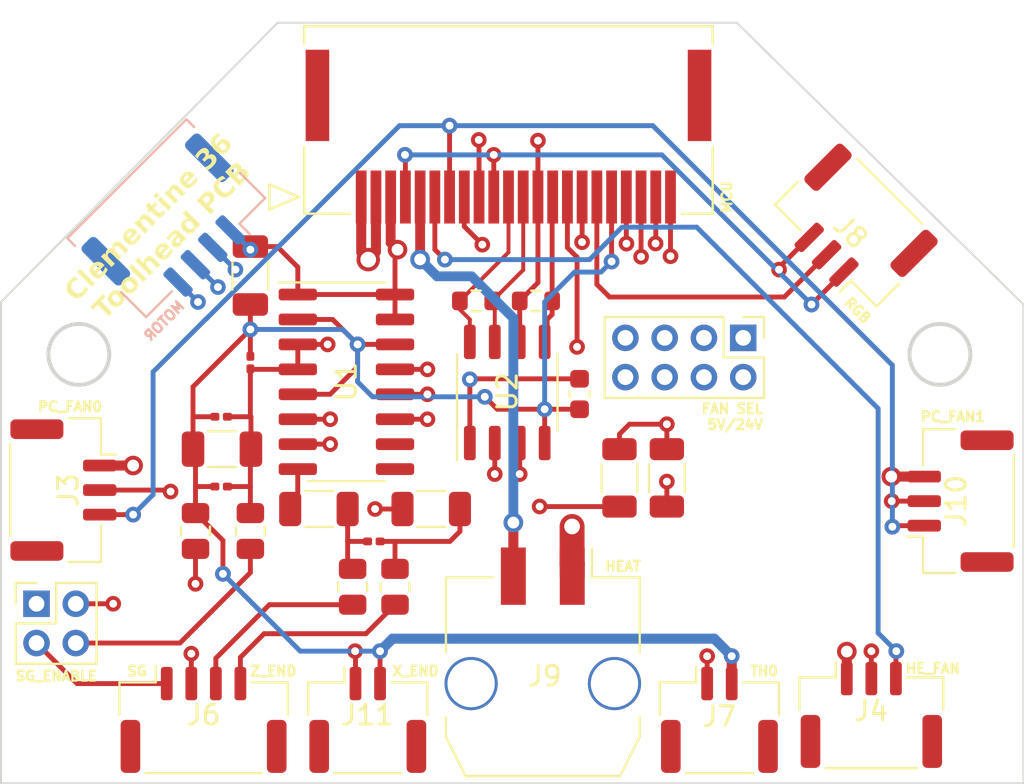
<source format=kicad_pcb>
(kicad_pcb (version 20221018) (generator pcbnew)
  (title_block (title "CH36 Toolhead PCB") (rev "1.0.0") (company "Ella Fox"))
  (layers (0 "F.Cu" signal) (1 "In1.Cu" signal) (2 "In2.Cu" signal) (31 "B.Cu" power) (34 "B.Paste" user) (35 "F.Paste" user) (36 "B.SilkS" user "B.Silkscreen") (37 "F.SilkS" user "F.Silkscreen") (38 "B.Mask" user) (39 "F.Mask" user) (44 "Edge.Cuts" user))
  (net 0 "")
  (net 1 "GNDA")
  (net 2 "+5V")
  (net 3 "Net-(C3-Pad1)")
  (net 4 "Net-(C3-Pad2)")
  (net 5 "SCK+")
  (net 6 "DATA+")
  (net 7 "SCK-")
  (net 8 "HE_GND")
  (net 9 "HE_FAN_GND")
  (net 10 "HE_FAN_TACH")
  (net 11 "PC_FAN_GND")
  (net 12 "PC_FAN1_TACH")
  (net 13 "RGB")
  (net 14 "PC_FAN0_TACH")
  (net 15 "TH0")
  (net 16 "+24V")
  (net 17 "GND")
  (net 18 "/PC_FAN_PWR")
  (net 19 "/HE_FAN_PWR")
  (net 20 "DATA-{slash}Z_END")
  (net 21 "Net-(J6-Pin_2)")
  (net 22 "Net-(J6-Pin_3)")
  (net 23 "Net-(J6-Pin_4)")
  (net 24 "Net-(U1-INA+)")
  (net 25 "Net-(U1-INA-)")
  (net 26 "Net-(U1-S1)")
  (net 29 "/SCK")
  (net 30 "/DATA")
  (net 31 "Net-(U1-S0)")
  (net 32 "MOTOR_1A")
  (net 33 "MOTOR_1B")
  (net 34 "MOTOR_2A")
  (net 35 "MOTOR_2B")
  (net 36 "XEND")
  (net 37 "Net-(J12-Pin_1)")
  (net 38 "Net-(J12-Pin_4)")
  (footprint "Connector_Molex:Molex_CLIK-Mate_502386-0270_1x02-1MP_P1.25mm_Horizontal" (layer "F.Cu") (at 115.189695 80.209)
    (fp_text reference "J7" (at 0 -0.174) (layer "F.SilkS"))
    (fp_text value "Molex 502386-0270" hide)
    (pad "1" smd roundrect (at -0.625 -1.85) (size 0.6 1.7) (layers "F.Cu" "F.Paste" "F.Mask") (net 15 "TH0"))
    (pad "2" smd roundrect (at 0.625 -1.85) (size 0.6 1.7) (layers "F.Cu" "F.Paste" "F.Mask") (net 1 "GNDA"))
    (pad "MP" smd roundrect (at -2.475 1.35) (size 1 2.7) (layers "F.Cu" "F.Paste" "F.Mask"))
    (pad "MP" smd roundrect (at 2.475 1.35) (size 1 2.7) (layers "F.Cu" "F.Paste" "F.Mask"))
  )
  (footprint "Capacitor_SMD:C_1206_3216Metric" (layer "F.Cu") (at 89.857695 66.421 180)
    (fp_text reference "C4" hide)
    (fp_text value "10u" hide)
    (pad "1" smd roundrect (at -1.475 0 180) (size 1.15 1.8) (layers "F.Cu" "F.Paste" "F.Mask") (roundrect_rratio 0.217391) (net 2 "+5V"))
    (pad "2" smd roundrect (at 1.475 0 180) (size 1.15 1.8) (layers "F.Cu" "F.Paste" "F.Mask") (roundrect_rratio 0.217391) (net 1 "GNDA"))
  )
  (footprint "Connector_Molex:Molex_CLIK-Mate_502386-0470_1x04-1MP_P1.25mm_Horizontal" (layer "F.Cu") (at 88.920695 80.209)
    (fp_text reference "J6" (at 0 -0.2502) (layer "F.SilkS"))
    (fp_text value "Molex 502386-0470" hide)
    (pad "1" smd roundrect (at -1.875 -1.85) (size 0.6 1.7) (layers "F.Cu" "F.Paste" "F.Mask") (net 37 "Net-(J12-Pin_1)"))
    (pad "2" smd roundrect (at -0.625 -1.85) (size 0.6 1.7) (layers "F.Cu" "F.Paste" "F.Mask") (net 21 "Net-(J6-Pin_2)"))
    (pad "3" smd roundrect (at 0.625 -1.85) (size 0.6 1.7) (layers "F.Cu" "F.Paste" "F.Mask") (net 22 "Net-(J6-Pin_3)"))
    (pad "4" smd roundrect (at 1.875 -1.85) (size 0.6 1.7) (layers "F.Cu" "F.Paste" "F.Mask") (net 23 "Net-(J6-Pin_4)"))
    (pad "MP" smd roundrect (at -3.725 1.35) (size 1 2.7) (layers "F.Cu" "F.Paste" "F.Mask"))
    (pad "MP" smd roundrect (at 3.725 1.35) (size 1 2.7) (layers "F.Cu" "F.Paste" "F.Mask"))
  )
  (footprint "Resistor_SMD:R_0805_2012Metric" (layer "F.Cu") (at 91.303695 70.5885 90)
    (fp_text reference "L1" hide)
    (fp_text value "120R @ 100MHz/3A" hide)
    (pad "1" smd roundrect (at -0.9125 0 90) (size 1.025 1.4) (layers "F.Cu" "F.Paste" "F.Mask") (roundrect_rratio 0.243902) (net 38 "Net-(J12-Pin_4)"))
    (pad "2" smd roundrect (at 0.9125 0 90) (size 1.025 1.4) (layers "F.Cu" "F.Paste" "F.Mask") (roundrect_rratio 0.243902) (net 2 "+5V"))
  )
  (footprint "Resistor_SMD:R_0805_2012Metric" (layer "F.Cu") (at 88.509695 70.5885 90)
    (fp_text reference "L2" hide)
    (fp_text value "120R @ 100MHz/3A" hide)
    (pad "1" smd roundrect (at -0.9125 0 90) (size 1.025 1.4) (layers "F.Cu" "F.Paste" "F.Mask") (roundrect_rratio 0.243902) (net 21 "Net-(J6-Pin_2)"))
    (pad "2" smd roundrect (at 0.9125 0 90) (size 1.025 1.4) (layers "F.Cu" "F.Paste" "F.Mask") (roundrect_rratio 0.243902) (net 1 "GNDA"))
  )
  (footprint "Resistor_SMD:R_0805_2012Metric" (layer "F.Cu") (at 96.510695 73.4295 90)
    (fp_text reference "L3" hide)
    (fp_text value "120R @ 100MHz/3A" hide)
    (pad "1" smd roundrect (at -0.9125 0 90) (size 1.025 1.4) (layers "F.Cu" "F.Paste" "F.Mask") (roundrect_rratio 0.243902) (net 22 "Net-(J6-Pin_3)"))
    (pad "2" smd roundrect (at 0.9125 0 90) (size 1.025 1.4) (layers "F.Cu" "F.Paste" "F.Mask") (roundrect_rratio 0.243902) (net 3 "Net-(C3-Pad1)"))
  )
  (footprint "Resistor_SMD:R_1206_3216Metric" (layer "F.Cu") (at 112.512695 67.8835 90)
    (fp_text reference "R7" hide)
    (fp_text value "10k" hide)
    (pad "1" smd roundrect (at -1.4625 0 90) (size 1.125 1.75) (layers "F.Cu" "F.Paste" "F.Mask") (roundrect_rratio 0.222222) (net 26 "Net-(U1-S1)"))
    (pad "2" smd roundrect (at 1.4625 0 90) (size 1.125 1.75) (layers "F.Cu" "F.Paste" "F.Mask") (roundrect_rratio 0.222222) (net 2 "+5V"))
  )
  (footprint "Capacitor_SMD:C_0201_0603Metric" (layer "F.Cu") (at 97.592695 71.12)
    (fp_text reference "C3" hide)
    (fp_text value "100n" hide)
    (pad "1" smd roundrect (at -0.32 0) (size 0.46 0.4) (layers "F.Cu" "F.Mask") (net 3 "Net-(C3-Pad1)"))
    (pad "2" smd roundrect (at 0.32 0) (size 0.46 0.4) (layers "F.Cu" "F.Mask") (net 4 "Net-(C3-Pad2)"))
  )
  (footprint "Resistor_SMD:R_1206_3216Metric" (layer "F.Cu") (at 94.794195 69.469 180)
    (fp_text reference "R3" hide)
    (fp_text value "100R" hide)
    (pad "1" smd roundrect (at -1.4625 0 180) (size 1.125 1.75) (layers "F.Cu" "F.Paste" "F.Mask") (roundrect_rratio 0.222222) (net 3 "Net-(C3-Pad1)"))
    (pad "2" smd roundrect (at 1.4625 0 180) (size 1.125 1.75) (layers "F.Cu" "F.Paste" "F.Mask") (roundrect_rratio 0.222222) (net 24 "Net-(U1-INA+)"))
  )
  (footprint "Package_SO:SO-8_3.9x4.9mm_P1.27mm" (layer "F.Cu") (at 104.384695 63.535 90)
    (fp_text reference "U2" (at 0.035 0 90) (layer "F.SilkS"))
    (fp_text value "ST490ADBR" hide)
    (pad "1" smd roundrect (at -2.575 -1.905 90) (size 1.75 0.6) (layers "F.Cu" "F.Paste" "F.Mask") (net 2 "+5V"))
    (pad "2" smd roundrect (at -2.575 -0.635 90) (size 1.75 0.6) (layers "F.Cu" "F.Paste" "F.Mask") (net 29 "/SCK"))
    (pad "3" smd roundrect (at -2.575 0.635 90) (size 1.75 0.6) (layers "F.Cu" "F.Paste" "F.Mask") (net 30 "/DATA"))
    (pad "4" smd roundrect (at -2.575 1.905 90) (size 1.75 0.6) (layers "F.Cu" "F.Paste" "F.Mask") (net 1 "GNDA"))
    (pad "5" smd roundrect (at 2.575 1.905 90) (size 1.75 0.6) (layers "F.Cu" "F.Paste" "F.Mask") (net 6 "DATA+"))
    (pad "6" smd roundrect (at 2.575 0.635 90) (size 1.75 0.6) (layers "F.Cu" "F.Paste" "F.Mask") (net 20 "DATA-{slash}Z_END"))
    (pad "7" smd roundrect (at 2.575 -0.635 90) (size 1.75 0.6) (layers "F.Cu" "F.Paste" "F.Mask") (net 7 "SCK-"))
    (pad "8" smd roundrect (at 2.575 -1.905 90) (size 1.75 0.6) (layers "F.Cu" "F.Paste" "F.Mask") (net 5 "SCK+"))
  )
  (footprint "Connector_Molex:Molex_CLIK-Mate_502386-0270_1x02-1MP_P1.25mm_Horizontal" (layer "F.Cu") (at 97.282695 80.209)
    (fp_text reference "J11" (at -0.01 -0.2498) (layer "F.SilkS"))
    (fp_text value "Molex 502386-0270" hide)
    (pad "1" smd roundrect (at -0.625 -1.85) (size 0.6 1.7) (layers "F.Cu" "F.Paste" "F.Mask") (net 36 "XEND"))
    (pad "2" smd roundrect (at 0.625 -1.85) (size 0.6 1.7) (layers "F.Cu" "F.Paste" "F.Mask") (net 1 "GNDA"))
    (pad "MP" smd roundrect (at -2.475 1.35) (size 1 2.7) (layers "F.Cu" "F.Paste" "F.Mask"))
    (pad "MP" smd roundrect (at 2.475 1.35) (size 1 2.7) (layers "F.Cu" "F.Paste" "F.Mask"))
  )
  (footprint "Connector_PinHeader_2.00mm:PinHeader_2x04_P2.00mm_Vertical" (layer "F.Cu") (at 116.401695 60.754 -90)
    (fp_text reference "J5" hide)
    (fp_text value "Conn_02x04_Odd_Even" hide)
    (pad "1" thru_hole rect (at 0 0 270) (size 1.35 1.35) (drill 0.8) (layers "*.Cu" "*.Mask") (net 19 "/HE_FAN_PWR"))
    (pad "2" thru_hole oval (at 2 0 270) (size 1.35 1.35) (drill 0.8) (layers "*.Cu" "*.Mask") (net 16 "+24V"))
    (pad "3" thru_hole oval (at 0 2 270) (size 1.35 1.35) (drill 0.8) (layers "*.Cu" "*.Mask") (net 19 "/HE_FAN_PWR"))
    (pad "4" thru_hole oval (at 2 2 270) (size 1.35 1.35) (drill 0.8) (layers "*.Cu" "*.Mask") (net 2 "+5V"))
    (pad "5" thru_hole oval (at 0 4 270) (size 1.35 1.35) (drill 0.8) (layers "*.Cu" "*.Mask") (net 18 "/PC_FAN_PWR"))
    (pad "6" thru_hole oval (at 2 4 270) (size 1.35 1.35) (drill 0.8) (layers "*.Cu" "*.Mask") (net 16 "+24V"))
    (pad "7" thru_hole oval (at 0 6 270) (size 1.35 1.35) (drill 0.8) (layers "*.Cu" "*.Mask") (net 18 "/PC_FAN_PWR"))
    (pad "8" thru_hole oval (at 2 6 270) (size 1.35 1.35) (drill 0.8) (layers "*.Cu" "*.Mask") (net 2 "+5V"))
  )
  (footprint "Connector_Molex:Molex_Micro-Fit_3.0_43650-0210_1x02-1MP_P3.00mm_Horizontal" (layer "F.Cu") (at 106.195695 78.009 180)
    (fp_text reference "J9" (at -0.094 0.031 180) (layer "F.SilkS"))
    (fp_text value "Molex 43650-0210" hide)
    (pad "1" smd rect (at -1.5 5.12 180) (size 1.27 2.92) (layers "F.Cu" "F.Paste" "F.Mask") (net 16 "+24V"))
    (pad "2" smd rect (at 1.5 5.12 180) (size 1.27 2.92) (layers "F.Cu" "F.Paste" "F.Mask") (net 8 "HE_GND"))
    (pad "MP" thru_hole circle (at -3.65 -0.35 180) (size 2.71 2.71) (drill 2.41) (layers "*.Cu" "*.Mask"))
    (pad "MP" thru_hole circle (at 3.65 -0.35 180) (size 2.71 2.71) (drill 2.41) (layers "*.Cu" "*.Mask"))
  )
  (footprint "Resistor_SMD:R_0603_1608Metric" (layer "F.Cu") (at 102.797695 58.871)
    (fp_text reference "R1" hide)
    (fp_text value "220R" hide)
    (pad "1" smd roundrect (at -0.825 0) (size 0.8 0.95) (layers "F.Cu" "F.Paste" "F.Mask") (net 5 "SCK+"))
    (pad "2" smd roundrect (at 0.825 0) (size 0.8 0.95) (layers "F.Cu" "F.Paste" "F.Mask") (net 7 "SCK-"))
  )
  (footprint "Capacitor_SMD:C_1206_3216Metric" (layer "F.Cu") (at 91.303695 57.58 90)
    (fp_text reference "C6" hide)
    (fp_text value "10u" hide)
    (pad "1" smd roundrect (at -1.475 0 90) (size 1.15 1.8) (layers "F.Cu" "F.Paste" "F.Mask") (roundrect_rratio 0.217391) (net 1 "GNDA"))
    (pad "2" smd roundrect (at 1.475 0 90) (size 1.15 1.8) (layers "F.Cu" "F.Paste" "F.Mask") (roundrect_rratio 0.217391) (net 2 "+5V"))
  )
  (footprint "Capacitor_SMD:C_0201_0603Metric" (layer "F.Cu") (at 91.303695 62.012 -90)
    (fp_text reference "C5" hide)
    (fp_text value "100n" hide)
    (pad "1" smd roundrect (at -0.32 0 270) (size 0.46 0.4) (layers "F.Cu" "F.Mask") (net 1 "GNDA"))
    (pad "2" smd roundrect (at 0.32 0 270) (size 0.46 0.4) (layers "F.Cu" "F.Mask") (net 2 "+5V"))
  )
  (footprint "Connector_PinHeader_2.00mm:PinHeader_2x02_P2.00mm_Vertical" (layer "F.Cu") (at 80.413695 74.295)
    (fp_text reference "J12" hide)
    (fp_text value "Conn_02x02_Odd_Even" hide)
    (pad "1" thru_hole rect (at 0 0) (size 1.35 1.35) (drill 0.8) (layers "*.Cu" "*.Mask") (net 37 "Net-(J12-Pin_1)"))
    (pad "2" thru_hole oval (at 2 0) (size 1.35 1.35) (drill 0.8) (layers "*.Cu" "*.Mask") (net 20 "DATA-{slash}Z_END"))
    (pad "3" thru_hole oval (at 0 2) (size 1.35 1.35) (drill 0.8) (layers "*.Cu" "*.Mask") (net 37 "Net-(J12-Pin_1)"))
    (pad "4" thru_hole oval (at 2 2) (size 1.35 1.35) (drill 0.8) (layers "*.Cu" "*.Mask") (net 38 "Net-(J12-Pin_4)"))
  )
  (footprint "Package_SO:SOIC-16_3.9x9.9mm_P1.27mm" (layer "F.Cu") (at 96.194695 62.992)
    (fp_text reference "U1" (at 0 0 90) (layer "F.SilkS"))
    (fp_text value "HX717" hide)
    (pad "1" smd roundrect (at -2.475 -4.445) (size 1.95 0.6) (layers "F.Cu" "F.Paste" "F.Mask") (net 2 "+5V"))
    (pad "2" smd roundrect (at -2.475 -3.175) (size 1.95 0.6) (layers "F.Cu" "F.Paste" "F.Mask") (net 1 "GNDA"))
    (pad "3" smd roundrect (at -2.475 -1.905) (size 1.95 0.6) (layers "F.Cu" "F.Paste" "F.Mask") (net 2 "+5V"))
    (pad "4" smd roundrect (at -2.475 -0.635) (size 1.95 0.6) (layers "F.Cu" "F.Paste" "F.Mask") (net 2 "+5V"))
    (pad "5" smd roundrect (at -2.475 0.635) (size 1.95 0.6) (layers "F.Cu" "F.Paste" "F.Mask") (net 1 "GNDA"))
    (pad "6" smd roundrect (at -2.475 1.905) (size 1.95 0.6) (layers "F.Cu" "F.Paste" "F.Mask") (net 31 "Net-(U1-S0)"))
    (pad "7" smd roundrect (at -2.475 3.175) (size 1.95 0.6) (layers "F.Cu" "F.Paste" "F.Mask") (net 25 "Net-(U1-INA-)"))
    (pad "8" smd roundrect (at -2.475 4.445) (size 1.95 0.6) (layers "F.Cu" "F.Paste" "F.Mask") (net 24 "Net-(U1-INA+)"))
    (pad "9" smd roundrect (at 2.475 4.445) (size 1.95 0.6) (layers "F.Cu" "F.Paste" "F.Mask"))
    (pad "10" smd roundrect (at 2.475 3.175) (size 1.95 0.6) (layers "F.Cu" "F.Paste" "F.Mask"))
    (pad "11" smd roundrect (at 2.475 1.905) (size 1.95 0.6) (layers "F.Cu" "F.Paste" "F.Mask") (net 29 "/SCK"))
    (pad "12" smd roundrect (at 2.475 0.635) (size 1.95 0.6) (layers "F.Cu" "F.Paste" "F.Mask") (net 30 "/DATA"))
    (pad "13" smd roundrect (at 2.475 -0.635) (size 1.95 0.6) (layers "F.Cu" "F.Paste" "F.Mask") (net 26 "Net-(U1-S1)"))
    (pad "14" smd roundrect (at 2.475 -1.905) (size 1.95 0.6) (layers "F.Cu" "F.Paste" "F.Mask") (net 1 "GNDA"))
    (pad "15" smd roundrect (at 2.475 -3.175) (size 1.95 0.6) (layers "F.Cu" "F.Paste" "F.Mask") (net 2 "+5V"))
    (pad "16" smd roundrect (at 2.475 -4.445) (size 1.95 0.6) (layers "F.Cu" "F.Paste" "F.Mask") (net 2 "+5V"))
  )
  (footprint "Capacitor_SMD:C_0603_1608Metric" (layer "F.Cu") (at 108.067695 63.614 90)
    (fp_text reference "C1" hide)
    (fp_text value "100n" hide)
    (pad "1" smd roundrect (at -0.775 0 90) (size 0.9 0.95) (layers "F.Cu" "F.Paste" "F.Mask") (net 1 "GNDA"))
    (pad "2" smd roundrect (at 0.775 0 90) (size 0.9 0.95) (layers "F.Cu" "F.Paste" "F.Mask") (net 2 "+5V"))
  )
  (footprint "Resistor_SMD:R_0805_2012Metric" (layer "F.Cu") (at 98.669695 73.4295 90)
    (fp_text reference "L4" hide)
    (fp_text value "120R @ 100MHz/3A" hide)
    (pad "1" smd roundrect (at -0.9125 0 90) (size 1.025 1.4) (layers "F.Cu" "F.Paste" "F.Mask") (roundrect_rratio 0.243902) (net 23 "Net-(J6-Pin_4)"))
    (pad "2" smd roundrect (at 0.9125 0 90) (size 1.025 1.4) (layers "F.Cu" "F.Paste" "F.Mask") (roundrect_rratio 0.243902) (net 4 "Net-(C3-Pad2)"))
  )
  (footprint "Resistor_SMD:R_1206_3216Metric" (layer "F.Cu") (at 100.513195 69.469 180)
    (fp_text reference "R4" hide)
    (fp_text value "100R" hide)
    (pad "1" smd roundrect (at -1.4625 0 180) (size 1.125 1.75) (layers "F.Cu" "F.Paste" "F.Mask") (roundrect_rratio 0.222222) (net 4 "Net-(C3-Pad2)"))
    (pad "2" smd roundrect (at 1.4625 0 180) (size 1.125 1.75) (layers "F.Cu" "F.Paste" "F.Mask") (roundrect_rratio 0.222222) (net 25 "Net-(U1-INA-)"))
  )
  (footprint "Connector_Molex:Molex_CLIK-Mate_502386-0370_1x03-1MP_P1.25mm_Horizontal" (layer "F.Cu") (at 121.953959 55.211969 135)
    (fp_text reference "J8" (at -0.046713 -0.158683 135) (layer "F.SilkS"))
    (fp_text value "Molex 502386-0370" hide)
    (pad "1" smd roundrect (at -1.25 -1.85 135) (size 0.6 1.7) (layers "F.Cu" "F.Paste" "F.Mask") (net 17 "GND"))
    (pad "2" smd roundrect (at 0 -1.85 135) (size 0.6 1.7) (layers "F.Cu" "F.Paste" "F.Mask") (net 13 "RGB"))
    (pad "3" smd roundrect (at 1.25 -1.85 135) (size 0.6 1.7) (layers "F.Cu" "F.Paste" "F.Mask") (net 2 "+5V"))
    (pad "MP" smd roundrect (at -3.1 1.35 135) (size 1 2.7) (layers "F.Cu" "F.Paste" "F.Mask"))
    (pad "MP" smd roundrect (at 3.1 1.35 135) (size 1 2.7) (layers "F.Cu" "F.Paste" "F.Mask"))
  )
  (footprint "Connector_Molex:Molex_CLIK-Mate_502386-0370_1x03-1MP_P1.25mm_Horizontal" (layer "F.Cu") (at 122.926695 79.955)
    (fp_text reference "J4" (at 0 -0.199) (layer "F.SilkS"))
    (fp_text value "Molex 502386-0370" hide)
    (pad "1" smd roundrect (at -1.25 -1.85) (size 0.6 1.7) (layers "F.Cu" "F.Paste" "F.Mask") (net 19 "/HE_FAN_PWR"))
    (pad "2" smd roundrect (at 0 -1.85) (size 0.6 1.7) (layers "F.Cu" "F.Paste" "F.Mask") (net 10 "HE_FAN_TACH"))
    (pad "3" smd roundrect (at 1.25 -1.85) (size 0.6 1.7) (layers "F.Cu" "F.Paste" "F.Mask") (net 9 "HE_FAN_GND"))
    (pad "MP" smd roundrect (at -3.1 1.35) (size 1 2.7) (layers "F.Cu" "F.Paste" "F.Mask"))
    (pad "MP" smd roundrect (at 3.1 1.35) (size 1 2.7) (layers "F.Cu" "F.Paste" "F.Mask"))
  )
  (footprint "Resistor_SMD:R_0201_0603Metric" (layer "F.Cu") (at 89.815695 64.77 180)
    (fp_text reference "R6" hide)
    (fp_text value "8.2k" hide)
    (pad "1" smd roundrect (at -0.32 0 180) (size 0.46 0.4) (layers "F.Cu" "F.Mask") (net 2 "+5V"))
    (pad "2" smd roundrect (at 0.32 0 180) (size 0.46 0.4) (layers "F.Cu" "F.Mask") (net 1 "GNDA"))
  )
  (footprint "Resistor_SMD:R_1206_3216Metric" (layer "F.Cu") (at 110.099695 67.8835 90)
    (fp_text reference "R5" hide)
    (fp_text value "10k" hide)
    (pad "1" smd roundrect (at -1.4625 0 90) (size 1.125 1.75) (layers "F.Cu" "F.Paste" "F.Mask") (roundrect_rratio 0.222222) (net 31 "Net-(U1-S0)"))
    (pad "2" smd roundrect (at 1.4625 0 90) (size 1.125 1.75) (layers "F.Cu" "F.Paste" "F.Mask") (roundrect_rratio 0.222222) (net 2 "+5V"))
  )
  (footprint "Resistor_SMD:R_0603_1608Metric" (layer "F.Cu") (at 105.845695 58.871)
    (fp_text reference "R2" hide)
    (fp_text value "220R" hide)
    (pad "1" smd roundrect (at -0.825 0) (size 0.8 0.95) (layers "F.Cu" "F.Paste" "F.Mask") (net 20 "DATA-{slash}Z_END"))
    (pad "2" smd roundrect (at 0.825 0) (size 0.8 0.95) (layers "F.Cu" "F.Paste" "F.Mask") (net 6 "DATA+"))
  )
  (footprint "Connector_Molex:Molex_CLIK-Mate_502386-0370_1x03-1MP_P1.25mm_Horizontal" (layer "F.Cu") (at 81.782495 68.505 -90)
    (fp_text reference "J3" (at 0 -0.2502 90) (layer "F.SilkS"))
    (fp_text value "Molex 502386-0370" hide)
    (pad "1" smd roundrect (at -1.25 -1.85 270) (size 0.6 1.7) (layers "F.Cu" "F.Paste" "F.Mask") (net 18 "/PC_FAN_PWR"))
    (pad "2" smd roundrect (at 0 -1.85 270) (size 0.6 1.7) (layers "F.Cu" "F.Paste" "F.Mask") (net 14 "PC_FAN0_TACH"))
    (pad "3" smd roundrect (at 1.25 -1.85 270) (size 0.6 1.7) (layers "F.Cu" "F.Paste" "F.Mask") (net 11 "PC_FAN_GND"))
    (pad "MP" smd roundrect (at -3.1 1.35 270) (size 1 2.7) (layers "F.Cu" "F.Paste" "F.Mask"))
    (pad "MP" smd roundrect (at 3.1 1.35 270) (size 1 2.7) (layers "F.Cu" "F.Paste" "F.Mask"))
  )
  (footprint "Connector_Molex:Molex_CLIK-Mate_502386-0370_1x03-1MP_P1.25mm_Horizontal" (layer "F.Cu") (at 127.469495 69.068 90)
    (fp_text reference "J10" (at 0 -0.2248 90) (layer "F.SilkS"))
    (fp_text value "Molex 502386-0370" hide)
    (pad "1" smd roundrect (at -1.25 -1.85 90) (size 0.6 1.7) (layers "F.Cu" "F.Paste" "F.Mask") (net 11 "PC_FAN_GND"))
    (pad "2" smd roundrect (at 0 -1.85 90) (size 0.6 1.7) (layers "F.Cu" "F.Paste" "F.Mask") (net 12 "PC_FAN1_TACH"))
    (pad "3" smd roundrect (at 1.25 -1.85 90) (size 0.6 1.7) (layers "F.Cu" "F.Paste" "F.Mask") (net 18 "/PC_FAN_PWR"))
    (pad "MP" smd roundrect (at -3.1 1.35 90) (size 1 2.7) (layers "F.Cu" "F.Paste" "F.Mask"))
    (pad "MP" smd roundrect (at 3.1 1.35 90) (size 1 2.7) (layers "F.Cu" "F.Paste" "F.Mask"))
  )
  (footprint "toolhead_board:Molex_CLIK-Mate_213228-2210_1MP_P1.50mm_Horizontal" (layer "F.Cu") (at 96.948167 53.582 180)
    (fp_text reference "J2" hide)
    (fp_text value "Molex 213228-1810" hide)
    (pad "1" smd rect (at 0 0 180) (size 0.55 2.7) (layers "F.Cu" "F.Paste" "F.Mask") (net 16 "+24V"))
    (pad "2" smd rect (at -0.750001 0 180) (size 0.55 2.7) (layers "F.Cu" "F.Paste" "F.Mask") (net 16 "+24V"))
    (pad "3" smd rect (at -1.5 0 180) (size 0.55 2.7) (layers "F.Cu" "F.Paste" "F.Mask") (net 2 "+5V"))
    (pad "4" smd rect (at -2.250001 0 180) (size 0.55 2.7) (layers "F.Cu" "F.Paste" "F.Mask") (net 17 "GND"))
    (pad "5" smd rect (at -2.999999 0 180) (size 0.55 2.7) (layers "F.Cu" "F.Paste" "F.Mask") (net 8 "HE_GND"))
    (pad "6" smd rect (at -3.75 0 180) (size 0.55 2.7) (layers "F.Cu" "F.Paste" "F.Mask") (net 9 "HE_FAN_GND"))
    (pad "7" smd rect (at -4.500001 0 180) (size 0.55 2.7) (layers "F.Cu" "F.Paste" "F.Mask") (net 11 "PC_FAN_GND"))
    (pad "8" smd rect (at -5.25 0 180) (size 0.55 2.7) (layers "F.Cu" "F.Paste" "F.Mask") (net 10 "HE_FAN_TACH"))
    (pad "9" smd rect (at -6.000001 0 180) (size 0.55 2.7) (layers "F.Cu" "F.Paste" "F.Mask") (net 14 "PC_FAN0_TACH"))
    (pad "10" smd rect (at -6.749999 0 180) (size 0.55 2.7) (layers "F.Cu" "F.Paste" "F.Mask") (net 12 "PC_FAN1_TACH"))
    (pad "11" smd rect (at -7.5 0 180) (size 0.55 2.7) (layers "F.Cu" "F.Paste" "F.Mask") (net 5 "SCK+"))
    (pad "12" smd rect (at -8.250001 0 180) (size 0.55 2.7) (layers "F.Cu" "F.Paste" "F.Mask") (net 7 "SCK-"))
    (pad "13" smd rect (at -9 0 180) (size 0.55 2.7) (layers "F.Cu" "F.Paste" "F.Mask") (net 20 "DATA-{slash}Z_END"))
    (pad "14" smd rect (at -9.750001 0 180) (size 0.55 2.7) (layers "F.Cu" "F.Paste" "F.Mask") (net 6 "DATA+"))
    (pad "15" smd rect (at -10.499999 0 180) (size 0.55 2.7) (layers "F.Cu" "F.Paste" "F.Mask") (net 36 "XEND"))
    (pad "16" smd rect (at -11.25 0 180) (size 0.55 2.7) (layers "F.Cu" "F.Paste" "F.Mask") (net 15 "TH0"))
    (pad "17" smd rect (at -11.999999 0 180) (size 0.55 2.7) (layers "F.Cu" "F.Paste" "F.Mask") (net 13 "RGB"))
    (pad "18" smd rect (at -12.75 0 180) (size 0.55 2.7) (layers "F.Cu" "F.Paste" "F.Mask") (net 1 "GNDA"))
    (pad "19" smd rect (at -13.500001 0 180) (size 0.55 2.7) (layers "F.Cu" "F.Paste" "F.Mask") (net 32 "MOTOR_1A"))
    (pad "20" smd rect (at -14.249999 0 180) (size 0.55 2.7) (layers "F.Cu" "F.Paste" "F.Mask") (net 33 "MOTOR_1B"))
    (pad "21" smd rect (at -15 0 180) (size 0.55 2.7) (layers "F.Cu" "F.Paste" "F.Mask") (net 34 "MOTOR_2A"))
    (pad "22" smd rect (at -15.749999 0 180) (size 0.55 2.7) (layers "F.Cu" "F.Paste" "F.Mask") (net 35 "MOTOR_2B"))
    (pad "23" smd rect (at 2.230001 5.175001 180) (size 1.2 4.650001) (layers "F.Cu" "F.Paste" "F.Mask"))
    (pad "24" smd rect (at -17.230006 5.175001 180) (size 1.2 4.650001) (layers "F.Cu" "F.Paste" "F.Mask"))
  )
  (footprint "Capacitor_SMD:C_0201_0603Metric" (layer "F.Cu") (at 89.815695 68.326 180)
    (fp_text reference "C2" hide)
    (fp_text value "100n" hide)
    (pad "1" smd roundrect (at -0.32 0 180) (size 0.46 0.4) (layers "F.Cu" "F.Mask") (net 2 "+5V"))
    (pad "2" smd roundrect (at 0.32 0 180) (size 0.46 0.4) (layers "F.Cu" "F.Mask") (net 1 "GNDA"))
  )
  (footprint "Connector_Molex:Molex_CLIK-Mate_502382-0470_1x04-1MP_P1.25mm_Vertical" (layer "B.Cu") (at 87.567662 55.207317 -135)
    (fp_text reference "J1" hide)
    (fp_text value "Molex 502382-0470" hide)
    (pad "1" smd roundrect (at -1.875 -1.95 225) (size 0.6 1.7) (layers "B.Cu" "B.Paste" "B.Mask") (net 32 "MOTOR_1A"))
    (pad "2" smd roundrect (at -0.625 -1.95 225) (size 0.6 1.7) (layers "B.Cu" "B.Paste" "B.Mask") (net 33 "MOTOR_1B"))
    (pad "3" smd roundrect (at 0.625 -1.95 225) (size 0.6 1.7) (layers "B.Cu" "B.Paste" "B.Mask") (net 34 "MOTOR_2A"))
    (pad "4" smd roundrect (at 1.875 -1.95 225) (size 0.6 1.7) (layers "B.Cu" "B.Paste" "B.Mask") (net 35 "MOTOR_2B"))
    (pad "MP" smd roundrect (at -3.725 1.4 225) (size 1 2.8) (layers "B.Cu" "B.Paste" "B.Mask"))
    (pad "MP" smd roundrect (at 3.725 1.4 225) (size 1 2.8) (layers "B.Cu" "B.Paste" "B.Mask"))
  )
  (gr_poly (pts (xy 92.700695 44.704) (xy 116.068695 44.704) (xy 130.673695 59.055) (xy 130.673695 83.439) (xy 78.603695 83.439) (xy 78.603695 58.928)) (stroke (width 0.1)) (fill none) (layer "Edge.Cuts"))
  (gr_circle (center 126.419195 61.595) (end 127.969195 61.595) (stroke (width 0.2)) (fill none) (layer "Edge.Cuts"))
  (gr_circle (center 82.569195 61.595) (end 84.119195 61.595) (stroke (width 0.2)) (fill none) (layer "Edge.Cuts"))
  (gr_text "MOTOR" (at 85.979 60.833 45) (layer "B.SilkS") (effects (font (size 0.5 0.5) (thickness 0.125)) (justify right mirror)))
  (gr_text "HEAT" (at 111.252 72.39) (layer "F.SilkS") (effects (font (size 0.5 0.5) (thickness 0.125)) (justify right)))
  (gr_text "SG" (at 86.106 77.724) (layer "F.SilkS") (effects (font (size 0.5 0.5) (thickness 0.125)) (justify right)))
  (gr_text "PC_FAN1" (at 128.778 64.77) (layer "F.SilkS") (effects (font (size 0.5 0.5) (thickness 0.125)) (justify right)))
  (gr_text "HE_FAN" (at 127.508 77.597) (layer "F.SilkS") (effects (font (size 0.5 0.5) (thickness 0.125)) (justify right)))
  (gr_text "X_END" (at 100.965 77.724) (layer "F.SilkS") (effects (font (size 0.5 0.5) (thickness 0.125)) (justify right)))
  (gr_text "TH0" (at 118.237 77.724) (layer "F.SilkS") (effects (font (size 0.5 0.5) (thickness 0.125)) (justify right)))
  (gr_text "PC_FAN0" (at 83.82 64.262) (layer "F.SilkS") (effects (font (size 0.5 0.5) (thickness 0.125)) (justify right)))
  (gr_text "Z_END" (at 93.726 77.724) (layer "F.SilkS") (effects (font (size 0.5 0.5) (thickness 0.125)) (justify right)))
  (gr_text "Clementine 36\nToolhead PCB" (at 86.741 55.245 45) (layer "F.SilkS") (effects (font (size 1 1) (thickness 0.2) bold)))
  (gr_text "RGB" (at 122.809 59.944 -45) (layer "F.SilkS") (effects (font (size 0.5 0.5) (thickness 0.125)) (justify right)))
  (gr_text "MCU" (at 115.57 52.705 90) (layer "F.SilkS") (effects (font (size 0.5 0.5) (thickness 0.125)) (justify right)))
  (gr_text "FAN SEL\n5V/24V" (at 117.475 64.77) (layer "F.SilkS") (effects (font (size 0.5 0.5) (thickness 0.125)) (justify right)))
  (gr_text "SG_ENABLE" (at 83.566 77.978) (layer "F.SilkS") (effects (font (size 0.5 0.5) (thickness 0.125)) (justify right)))
  (segment (start 89.906695 71.073) (end 89.906695 72.771) (width 0.25) (layer "F.Cu") (net 1))
  (segment (start 115.814695 76.962) (end 115.814695 78.359) (width 0.513098) (layer "F.Cu") (net 1))
  (segment (start 106.289695 64.389) (end 106.289695 66.11) (width 0.25) (layer "F.Cu") (net 1))
  (segment (start 88.382695 64.77) (end 88.382695 64.262) (width 0.25) (layer "F.Cu") (net 1))
  (segment (start 108.067695 64.389) (end 106.289695 64.389) (width 0.25) (layer "F.Cu") (net 1))
  (segment (start 96.764695 62.23) (end 96.764695 61.087) (width 0.25) (layer "F.Cu") (net 1))
  (segment (start 95.494695 59.817) (end 96.764695 61.087) (width 0.25) (layer "F.Cu") (net 1))
  (segment (start 93.719695 63.627) (end 95.367695 63.627) (width 0.25) (layer "F.Cu") (net 1))
  (segment (start 91.303695 60.325) (end 88.382695 63.246) (width 0.25) (layer "F.Cu") (net 1))
  (segment (start 88.509695 68.326) (end 89.495695 68.326) (width 0.25) (layer "F.Cu") (net 1))
  (segment (start 103.876695 64.389) (end 106.289695 64.389) (width 0.25) (layer "F.Cu") (net 1))
  (segment (start 96.764695 61.087) (end 98.669695 61.087) (width 0.25) (layer "F.Cu") (net 1))
  (segment (start 89.495695 64.77) (end 88.382695 64.77) (width 0.25) (layer "F.Cu") (net 1))
  (segment (start 91.303695 59.055) (end 91.303695 60.325) (width 0.25) (layer "F.Cu") (net 1))
  (segment (start 88.509695 69.676) (end 89.906695 71.073) (width 0.25) (layer "F.Cu") (net 1))
  (segment (start 91.303695 61.692) (end 91.303695 60.325) (width 0.25) (layer "F.Cu") (net 1))
  (segment (start 88.382695 66.421) (end 88.509695 66.548) (width 0.25) (layer "F.Cu") (net 1))
  (segment (start 93.719695 59.817) (end 95.494695 59.817) (width 0.25) (layer "F.Cu") (net 1))
  (segment (start 97.907695 78.359) (end 97.907695 76.708) (width 0.25) (layer "F.Cu") (net 1))
  (segment (start 109.698167 53.582) (end 109.698167 56.865728) (width 0.25) (layer "F.Cu") (net 1))
  (segment (start 88.509695 66.548) (end 88.509695 68.326) (width 0.25) (layer "F.Cu") (net 1))
  (segment (start 95.367695 63.627) (end 96.764695 62.23) (width 0.25) (layer "F.Cu") (net 1))
  (segment (start 88.382695 66.421) (end 88.382695 64.77) (width 0.25) (layer "F.Cu") (net 1))
  (segment (start 103.241695 63.754) (end 103.876695 64.389) (width 0.25) (layer "F.Cu") (net 1))
  (segment (start 88.382695 63.246) (end 88.382695 64.262) (width 0.25) (layer "F.Cu") (net 1))
  (segment (start 88.509695 69.676) (end 88.509695 68.326) (width 0.25) (layer "F.Cu") (net 1))
  (via (at 89.906695 72.771) (size 0.8) (drill 0.4) (layers "F.Cu" "B.Cu") (net 1))
  (via (at 96.764695 61.087) (size 0.8) (drill 0.4) (layers "F.Cu" "B.Cu") (net 1))
  (via blind (at 106.289695 64.389) (size 0.8) (drill 0.4) (layers "F.Cu" "B.Cu") (net 1))
  (via (at 91.303695 60.325) (size 0.8) (drill 0.4) (layers "F.Cu" "B.Cu") (net 1))
  (via (at 109.698167 56.865728) (size 0.8) (drill 0.4) (layers "F.Cu" "B.Cu") (net 1))
  (via (at 115.814695 76.962) (size 0.8) (drill 0.4) (layers "F.Cu" "B.Cu") (net 1))
  (via (at 97.907695 76.708) (size 0.8) (drill 0.4) (layers "F.Cu" "B.Cu") (net 1))
  (via blind (at 103.241695 63.754) (size 0.8) (drill 0.4) (layers "F.Cu" "B.Cu") (net 1))
  (segment (start 91.303695 60.325) (end 96.002695 60.325) (width 0.25) (layer "B.Cu") (net 1))
  (segment (start 93.843695 76.708) (end 89.906695 72.771) (width 0.25) (layer "B.Cu") (net 1))
  (segment (start 97.526695 63.754) (end 96.764695 62.992) (width 0.25) (layer "B.Cu") (net 1))
  (segment (start 109.159895 57.404) (end 107.813695 57.404) (width 0.25) (layer "B.Cu") (net 1))
  (segment (start 114.925695 76.073) (end 115.814695 76.962) (width 0.513098) (layer "B.Cu") (net 1))
  (segment (start 103.241695 63.754) (end 97.526695 63.754) (width 0.25) (layer "B.Cu") (net 1))
  (segment (start 96.002695 60.325) (end 96.764695 61.087) (width 0.25) (layer "B.Cu") (net 1))
  (segment (start 97.907695 76.708) (end 93.843695 76.708) (width 0.25) (layer "B.Cu") (net 1))
  (segment (start 98.542695 76.073) (end 114.925695 76.073) (width 0.513098) (layer "B.Cu") (net 1))
  (segment (start 109.698167 56.865728) (end 109.159895 57.404) (width 0.25) (layer "B.Cu") (net 1))
  (segment (start 106.289695 58.928) (end 106.289695 64.389) (width 0.25) (layer "B.Cu") (net 1))
  (segment (start 97.907695 76.708) (end 98.542695 76.073) (width 0.513098) (layer "B.Cu") (net 1))
  (segment (start 107.813695 57.404) (end 106.289695 58.928) (width 0.25) (layer "B.Cu") (net 1))
  (segment (start 96.764695 62.992) (end 96.764695 61.087) (width 0.25) (layer "B.Cu") (net 1))
  (segment (start 91.303695 56.105) (end 92.671695 56.105) (width 0.25) (layer "F.Cu") (net 2))
  (segment (start 93.719695 57.153) (end 93.719695 58.547) (width 0.25) (layer "F.Cu") (net 2))
  (segment (start 102.479695 62.865) (end 102.505695 62.839) (width 0.25) (layer "F.Cu") (net 2))
  (segment (start 98.669695 58.547) (end 98.669695 56.388) (width 0.25) (layer "F.Cu") (net 2))
  (segment (start 98.669695 56.388) (end 98.796695 56.261) (width 0.25) (layer "F.Cu") (net 2))
  (segment (start 102.505695 62.839) (end 108.067695 62.839) (width 0.25) (layer "F.Cu") (net 2))
  (segment (start 110.607695 65.151) (end 112.512695 65.151) (width 0.25) (layer "F.Cu") (net 2))
  (segment (start 91.328695 62.357) (end 93.719695 62.357) (width 0.25) (layer "F.Cu") (net 2))
  (segment (start 91.303695 62.332) (end 91.328695 62.357) (width 0.25) (layer "F.Cu") (net 2))
  (segment (start 112.512695 66.421) (end 112.512695 65.151) (width 0.25) (layer "F.Cu") (net 2))
  (segment (start 110.099695 65.659) (end 110.607695 65.151) (width 0.25) (layer "F.Cu") (net 2))
  (segment (start 96.256695 58.547) (end 98.669695 58.547) (width 0.25) (layer "F.Cu") (net 2))
  (segment (start 93.719695 61.087) (end 95.240695 61.087) (width 0.25) (layer "F.Cu") (net 2))
  (segment (start 102.479695 66.11) (end 102.479695 62.865) (width 0.25) (layer "F.Cu") (net 2))
  (segment (start 98.796695 56.261) (end 98.448167 55.912472) (width 0.5) (layer "F.Cu") (net 2))
  (segment (start 98.448167 55.912472) (end 98.448167 53.582) (width 0.5) (layer "F.Cu") (net 2))
  (segment (start 91.332695 66.421) (end 91.332695 64.77) (width 0.25) (layer "F.Cu") (net 2))
  (segment (start 110.099695 66.421) (end 110.099695 65.659) (width 0.25) (layer "F.Cu") (net 2))
  (segment (start 91.303695 68.326) (end 90.135695 68.326) (width 0.25) (layer "F.Cu") (net 2))
  (segment (start 118.227695 57.170466) (end 119.761928 55.636233) (width 0.25) (layer "F.Cu") (net 2))
  (segment (start 91.332695 66.421) (end 91.303695 66.45) (width 0.25) (layer "F.Cu") (net 2))
  (segment (start 91.303695 64.741) (end 91.332695 64.77) (width 0.25) (layer "F.Cu") (net 2))
  (segment (start 93.719695 61.087) (end 93.719695 62.357) (width 0.25) (layer "F.Cu") (net 2))
  (segment (start 91.303695 66.45) (end 91.303695 68.326) (width 0.25) (layer "F.Cu") (net 2))
  (segment (start 118.227695 57.277) (end 118.227695 57.170466) (width 0.25) (layer "F.Cu") (net 2))
  (segment (start 93.719695 58.547) (end 96.256695 58.547) (width 0.25) (layer "F.Cu") (net 2))
  (segment (start 98.669695 58.547) (end 98.669695 59.817) (width 0.25) (layer "F.Cu") (net 2))
  (segment (start 91.303695 62.332) (end 91.303695 64.741) (width 0.25) (layer "F.Cu") (net 2))
  (segment (start 90.135695 64.77) (end 91.332695 64.77) (width 0.25) (layer "F.Cu") (net 2))
  (segment (start 91.303695 69.676) (end 91.303695 68.326) (width 0.25) (layer "F.Cu") (net 2))
  (segment (start 112.516695 65.155) (end 112.512695 65.151) (width 0.25) (layer "F.Cu") (net 2))
  (segment (start 92.671695 56.105) (end 93.719695 57.153) (width 0.25) (layer "F.Cu") (net 2))
  (segment (start 119.289839 56.214856) (end 119.289839 56.159027) (width 0.25) (layer "F.Cu") (net 2))
  (via blind (at 98.796695 56.261) (size 1) (drill 0.6) (layers "F.Cu" "In2.Cu") (net 2))
  (via blind (at 118.227695 57.277) (size 0.8) (drill 0.4) (layers "F.Cu" "In2.Cu") (net 2))
  (via blind (at 112.512695 65.151) (size 0.8) (drill 0.4) (layers "F.Cu" "In1.Cu") (net 2))
  (via blind (at 95.240695 61.087) (size 0.8) (drill 0.4) (layers "F.Cu" "In2.Cu") (net 2))
  (via (at 102.479695 62.865) (size 0.8) (drill 0.4) (layers "F.Cu" "B.Cu") (net 2))
  (segment (start 96.256695 71.12) (end 96.256695 72.263) (width 0.25) (layer "F.Cu") (net 3))
  (segment (start 97.272695 71.12) (end 96.256695 71.12) (width 0.25) (layer "F.Cu") (net 3))
  (segment (start 96.256695 69.469) (end 96.256695 71.12) (width 0.25) (layer "F.Cu") (net 3))
  (segment (start 96.256695 72.263) (end 96.510695 72.517) (width 0.25) (layer "F.Cu") (net 3))
  (segment (start 98.669695 71.12) (end 101.463695 71.12) (width 0.25) (layer "F.Cu") (net 4))
  (segment (start 98.669695 71.12) (end 97.912695 71.12) (width 0.25) (layer "F.Cu") (net 4))
  (segment (start 101.463695 71.12) (end 101.975695 70.608) (width 0.25) (layer "F.Cu") (net 4))
  (segment (start 101.975695 70.608) (end 101.975695 69.469) (width 0.25) (layer "F.Cu") (net 4))
  (segment (start 98.669695 72.517) (end 98.669695 71.12) (width 0.25) (layer "F.Cu") (net 4))
  (segment (start 104.448167 53.582) (end 104.481695 53.615528) (width 0.2) (layer "F.Cu") (net 5))
  (segment (start 102.479695 59.817) (end 101.972695 59.31) (width 0.2) (layer "F.Cu") (net 5))
  (segment (start 102.479695 60.96) (end 102.479695 59.817) (width 0.2) (layer "F.Cu") (net 5))
  (segment (start 101.972695 58.871) (end 104.448167 56.395528) (width 0.2) (layer "F.Cu") (net 5))
  (segment (start 101.972695 59.31) (end 101.972695 58.871) (width 0.2) (layer "F.Cu") (net 5))
  (segment (start 104.448167 56.395528) (end 104.448167 53.582) (width 0.2) (layer "F.Cu") (net 5))
  (segment (start 106.416695 59.817) (end 106.670695 59.563) (width 0.25) (layer "F.Cu") (net 6))
  (segment (start 106.670695 58.871) (end 106.670695 53.609473) (width 0.25) (layer "F.Cu") (net 6))
  (segment (start 106.416695 60.833) (end 106.416695 59.817) (width 0.25) (layer "F.Cu") (net 6))
  (segment (start 106.289695 60.96) (end 106.416695 60.833) (width 0.25) (layer "F.Cu") (net 6))
  (segment (start 106.670695 53.609473) (end 106.698168 53.582) (width 0.25) (layer "F.Cu") (net 6))
  (segment (start 106.670695 59.563) (end 106.670695 58.871) (width 0.25) (layer "F.Cu") (net 6))
  (segment (start 103.749695 60.96) (end 103.749695 58.998) (width 0.2) (layer "F.Cu") (net 7))
  (segment (start 103.749695 58.998) (end 103.622695 58.871) (width 0.2) (layer "F.Cu") (net 7))
  (segment (start 105.198168 57.295527) (end 105.198168 53.582) (width 0.2) (layer "F.Cu") (net 7))
  (segment (start 103.622695 58.871) (end 105.198168 57.295527) (width 0.2) (layer "F.Cu") (net 7))
  (segment (start 99.948166 56.760529) (end 99.948166 53.582) (width 0.5) (layer "F.Cu") (net 8))
  (segment (start 104.695695 70.161) (end 104.695695 72.889) (width 0.513098) (layer "F.Cu") (net 8))
  (via (at 104.695695 70.161) (size 1) (drill 0.6) (layers "F.Cu" "B.Cu") (net 8))
  (via (at 99.948166 56.760529) (size 1) (drill 0.6) (layers "F.Cu" "B.Cu") (net 8))
  (segment (start 100.806637 57.619) (end 102.567695 57.619) (width 0.5) (layer "B.Cu") (net 8))
  (segment (start 99.948166 56.760529) (end 100.806637 57.619) (width 0.5) (layer "B.Cu") (net 8))
  (segment (start 102.567695 57.619) (end 104.695695 59.747) (width 0.5) (layer "B.Cu") (net 8))
  (segment (start 104.695695 59.747) (end 104.695695 70.161) (width 0.5) (layer "B.Cu") (net 8))
  (segment (start 124.176695 76.728) (end 124.176695 78.105) (width 0.25) (layer "F.Cu") (net 9))
  (segment (start 101.209695 56.769) (end 100.698167 56.257472) (width 0.25) (layer "F.Cu") (net 9))
  (segment (start 124.196695 76.708) (end 124.176695 76.728) (width 0.25) (layer "F.Cu") (net 9))
  (segment (start 100.698167 56.257472) (end 100.698167 53.582) (width 0.25) (layer "F.Cu") (net 9))
  (via (at 101.209695 56.769) (size 0.8) (drill 0.4) (layers "F.Cu" "B.Cu") (net 9))
  (via (at 124.196695 76.708) (size 0.8) (drill 0.4) (layers "F.Cu" "B.Cu") (net 9))
  (segment (start 114.036695 55.118) (end 110.226695 55.118) (width 0.25) (layer "B.Cu") (net 9))
  (segment (start 123.271867 64.353172) (end 114.036695 55.118) (width 0.25) (layer "B.Cu") (net 9))
  (segment (start 124.196695 76.708) (end 123.271867 75.783172) (width 0.25) (layer "B.Cu") (net 9))
  (segment (start 123.271867 75.783172) (end 123.271867 64.353172) (width 0.25) (layer "B.Cu") (net 9))
  (segment (start 110.226695 55.118) (end 108.575695 56.769) (width 0.25) (layer "B.Cu") (net 9))
  (segment (start 108.575695 56.769) (end 101.209695 56.769) (width 0.25) (layer "B.Cu") (net 9))
  (segment (start 122.926695 76.708) (end 122.926695 78.105) (width 0.25) (layer "F.Cu") (net 10))
  (segment (start 102.198167 55.081167) (end 102.198167 53.582) (width 0.25) (layer "F.Cu") (net 10))
  (segment (start 103.114695 56.007) (end 103.114695 55.997695) (width 0.25) (layer "F.Cu") (net 10))
  (segment (start 103.114695 55.997695) (end 102.198167 55.081167) (width 0.25) (layer "F.Cu") (net 10))
  (via blind (at 122.926695 76.708) (size 0.8) (drill 0.4) (layers "F.Cu" "In1.Cu") (net 10))
  (via blind (at 103.114695 56.007) (size 0.8) (drill 0.4) (layers "F.Cu" "In1.Cu") (net 10))
  (segment (start 125.619495 70.318) (end 124.051039 70.318) (width 0.25) (layer "F.Cu") (net 11))
  (segment (start 101.448168 53.582) (end 101.448168 50.053527) (width 0.25) (layer "F.Cu") (net 11))
  (segment (start 85.334695 69.755) (end 83.632495 69.755) (width 0.25) (layer "F.Cu") (net 11))
  (segment (start 124.051039 70.318) (end 123.996867 70.372172) (width 0.25) (layer "F.Cu") (net 11))
  (via (at 123.996867 70.372172) (size 0.8) (drill 0.4) (layers "F.Cu" "B.Cu") (net 11))
  (via (at 101.448168 49.948) (size 0.8) (drill 0.4) (layers "F.Cu" "B.Cu") (net 11))
  (via (at 85.334695 69.755) (size 0.8) (drill 0.4) (layers "F.Cu" "B.Cu") (net 11))
  (segment (start 85.334695 69.755) (end 86.350695 68.739) (width 0.25) (layer "B.Cu") (net 11))
  (segment (start 98.896 49.948) (end 101.448168 49.948) (width 0.25) (layer "B.Cu") (net 11))
  (segment (start 89.064 59.78) (end 98.896 49.948) (width 0.25) (layer "B.Cu") (net 11))
  (segment (start 101.448168 49.948) (end 111.797 49.948) (width 0.25) (layer "B.Cu") (net 11))
  (segment (start 89.054695 59.78) (end 89.064 59.78) (width 0.25) (layer "B.Cu") (net 11))
  (segment (start 86.350695 62.484) (end 89.054695 59.78) (width 0.25) (layer "B.Cu") (net 11))
  (segment (start 86.350695 68.739) (end 86.350695 62.484) (width 0.25) (layer "B.Cu") (net 11))
  (segment (start 123.996867 62.147867) (end 123.996867 70.372172) (width 0.25) (layer "B.Cu") (net 11))
  (segment (start 111.797 49.948) (end 123.996867 62.147867) (width 0.25) (layer "B.Cu") (net 11))
  (segment (start 103.781695 53.665529) (end 103.698166 53.582) (width 0.25) (layer "F.Cu") (net 12))
  (segment (start 125.619495 69.068) (end 123.962695 69.068) (width 0.25) (layer "F.Cu") (net 12))
  (segment (start 103.698166 51.435) (end 103.698166 53.582) (width 0.25) (layer "F.Cu") (net 12))
  (via blind (at 123.962695 69.068) (size 0.8) (drill 0.4) (layers "F.Cu" "In1.Cu") (net 12))
  (via blind (at 103.698166 51.435) (size 0.8) (drill 0.4) (layers "F.Cu" "In1.Cu") (net 12))
  (segment (start 109.591695 58.674) (end 118.491928 58.674) (width 0.25) (layer "F.Cu") (net 13))
  (segment (start 108.948166 58.030471) (end 109.591695 58.674) (width 0.25) (layer "F.Cu") (net 13))
  (segment (start 118.491928 58.674) (end 120.645811 56.520117) (width 0.25) (layer "F.Cu") (net 13))
  (segment (start 108.948166 53.582) (end 108.948166 58.030471) (width 0.25) (layer "F.Cu") (net 13))
  (segment (start 102.934972 50.673) (end 102.948168 50.686196) (width 0.25) (layer "F.Cu") (net 14))
  (segment (start 87.164695 68.505) (end 83.632495 68.505) (width 0.25) (layer "F.Cu") (net 14))
  (segment (start 102.948168 50.686196) (end 102.948168 53.582) (width 0.25) (layer "F.Cu") (net 14))
  (segment (start 87.239695 68.58) (end 87.164695 68.505) (width 0.25) (layer "F.Cu") (net 14))
  (via blind (at 102.934972 50.673) (size 0.8) (drill 0.4) (layers "F.Cu" "In1.Cu") (net 14))
  (via blind (at 87.239695 68.58) (size 0.8) (drill 0.4) (layers "F.Cu" "In1.Cu") (net 14))
  (segment (start 108.198167 55.876528) (end 108.198167 53.582) (width 0.25) (layer "F.Cu") (net 15))
  (segment (start 108.194695 55.88) (end 108.198167 55.876528) (width 0.25) (layer "F.Cu") (net 15))
  (segment (start 114.564695 76.962) (end 114.564695 78.359) (width 0.25) (layer "F.Cu") (net 15))
  (via blind (at 114.564695 76.962) (size 0.8) (drill 0.4) (layers "F.Cu" "In1.Cu") (net 15))
  (via blind (at 108.194695 55.88) (size 0.8) (drill 0.4) (layers "F.Cu" "In1.Cu") (net 15))
  (segment (start 107.686695 70.358) (end 107.686695 72.245) (width 1.27) (layer "F.Cu") (net 16))
  (segment (start 96.948167 56.411395) (end 97.305772 56.769) (width 0.25) (layer "F.Cu") (net 16))
  (segment (start 97.698168 56.376604) (end 97.305772 56.769) (width 0.25) (layer "F.Cu") (net 16))
  (segment (start 107.686695 72.245) (end 107.695695 72.254) (width 1.27) (layer "F.Cu") (net 16))
  (segment (start 107.695695 72.254) (end 107.695695 72.889) (width 1.27) (layer "F.Cu") (net 16))
  (segment (start 97.698168 53.582) (end 97.698168 56.376604) (width 0.513098) (layer "F.Cu") (net 16))
  (segment (start 96.948167 53.582) (end 96.948167 56.411395) (width 0.513098) (layer "F.Cu") (net 16))
  (via blind (at 107.686695 70.358) (size 1.2) (drill 0.8) (layers "F.Cu" "In2.Cu") (net 16))
  (via blind (at 97.305772 56.769) (size 1.2) (drill 0.8) (layers "F.Cu" "In2.Cu") (net 16))
  (segment (start 121.057606 57.926794) (end 121.006901 57.926794) (width 0.25) (layer "F.Cu") (net 17))
  (segment (start 119.878695 59.055) (end 121.529695 57.404) (width 0.25) (layer "F.Cu") (net 17))
  (segment (start 99.198168 53.582) (end 99.198168 51.455473) (width 0.25) (layer "F.Cu") (net 17))
  (segment (start 99.198168 51.455473) (end 99.177695 51.435) (width 0.25) (layer "F.Cu") (net 17))
  (via (at 99.177695 51.435) (size 0.8) (drill 0.4) (layers "F.Cu" "B.Cu") (net 17))
  (via (at 119.878695 59.055) (size 0.8) (drill 0.4) (layers "F.Cu" "B.Cu") (net 17))
  (segment (start 112.258695 51.435) (end 99.177695 51.435) (width 0.25) (layer "B.Cu") (net 17))
  (segment (start 119.878695 59.055) (end 112.258695 51.435) (width 0.25) (layer "B.Cu") (net 17))
  (segment (start 125.619495 67.818) (end 123.942695 67.818) (width 0.513098) (layer "F.Cu") (net 18))
  (segment (start 85.334695 67.255) (end 83.632495 67.255) (width 0.513098) (layer "F.Cu") (net 18))
  (via blind (at 123.942695 67.818) (size 1) (drill 0.6) (layers "F.Cu" "In2.Cu") (net 18))
  (via blind (at 85.334695 67.255) (size 1) (drill 0.6) (layers "F.Cu" "In2.Cu") (net 18))
  (segment (start 121.676695 76.728) (end 121.676695 78.105) (width 0.513098) (layer "F.Cu") (net 19))
  (via blind (at 121.676695 76.728) (size 1) (drill 0.6) (layers "F.Cu" "In2.Cu") (net 19))
  (segment (start 105.948167 57.943528) (end 105.948167 53.582) (width 0.25) (layer "F.Cu") (net 20))
  (segment (start 105.019695 60.96) (end 105.019695 58.872) (width 0.25) (layer "F.Cu") (net 20))
  (segment (start 84.318695 74.295) (end 82.413695 74.295) (width 0.25) (layer "F.Cu") (net 20))
  (segment (start 105.948167 50.71) (end 105.948167 53.582) (width 0.25) (layer "F.Cu") (net 20))
  (segment (start 105.020695 58.871) (end 105.948167 57.943528) (width 0.25) (layer "F.Cu") (net 20))
  (via blind (at 105.948167 50.71) (size 0.8) (drill 0.4) (layers "F.Cu" "In1.Cu") (net 20))
  (via blind (at 84.318695 74.295) (size 0.8) (drill 0.4) (layers "F.Cu" "In1.Cu") (net 20))
  (segment (start 88.295695 76.835) (end 88.295695 78.359) (width 0.25) (layer "F.Cu") (net 21))
  (segment (start 88.509695 73.279) (end 88.509695 71.501) (width 0.25) (layer "F.Cu") (net 21))
  (via blind (at 88.509695 73.279) (size 0.8) (drill 0.4) (layers "F.Cu" "In1.Cu") (net 21))
  (via blind (at 88.295695 76.835) (size 0.8) (drill 0.4) (layers "F.Cu" "In1.Cu") (net 21))
  (segment (start 89.545695 77.069) (end 92.272695 74.342) (width 0.25) (layer "F.Cu") (net 22))
  (segment (start 92.272695 74.342) (end 96.510695 74.342) (width 0.25) (layer "F.Cu") (net 22))
  (segment (start 89.545695 78.359) (end 89.545695 77.069) (width 0.25) (layer "F.Cu") (net 22))
  (segment (start 97.192695 75.819) (end 98.669695 74.342) (width 0.25) (layer "F.Cu") (net 23))
  (segment (start 90.795695 78.359) (end 90.795695 77.0255) (width 0.25) (layer "F.Cu") (net 23))
  (segment (start 90.795695 77.0255) (end 92.002195 75.819) (width 0.25) (layer "F.Cu") (net 23))
  (segment (start 92.002195 75.819) (end 97.192695 75.819) (width 0.25) (layer "F.Cu") (net 23))
  (segment (start 93.716695 69.084) (end 93.716695 67.44) (width 0.25) (layer "F.Cu") (net 24))
  (segment (start 93.716695 67.44) (end 93.719695 67.437) (width 0.25) (layer "F.Cu") (net 24))
  (segment (start 93.331695 69.469) (end 93.716695 69.084) (width 0.25) (layer "F.Cu") (net 24))
  (segment (start 95.367695 66.167) (end 93.719695 66.167) (width 0.25) (layer "F.Cu") (net 25))
  (segment (start 99.050695 69.469) (end 97.653695 69.469) (width 0.25) (layer "F.Cu") (net 25))
  (via blind (at 97.653695 69.469) (size 0.8) (drill 0.4) (layers "F.Cu" "In1.Cu") (net 25))
  (via blind (at 95.367695 66.167) (size 0.8) (drill 0.4) (layers "F.Cu" "In1.Cu") (net 25))
  (segment (start 112.512695 69.346) (end 112.512695 68.072) (width 0.25) (layer "F.Cu") (net 26))
  (segment (start 98.669695 62.357) (end 100.320695 62.357) (width 0.25) (layer "F.Cu") (net 26))
  (via blind (at 100.320695 62.357) (size 0.8) (drill 0.4) (layers "F.Cu" "In1.Cu") (net 26))
  (via blind (at 112.512695 68.072) (size 0.8) (drill 0.4) (layers "F.Cu" "In1.Cu") (net 26))
  (segment (start 98.669695 64.897) (end 100.320695 64.897) (width 0.25) (layer "F.Cu") (net 29))
  (segment (start 103.749695 66.11) (end 103.749695 67.691) (width 0.25) (layer "F.Cu") (net 29))
  (via blind (at 100.320695 64.897) (size 0.8) (drill 0.4) (layers "F.Cu" "In1.Cu") (net 29))
  (via blind (at 103.749695 67.691) (size 0.8) (drill 0.4) (layers "F.Cu" "In1.Cu") (net 29))
  (segment (start 98.669695 63.627) (end 100.320695 63.627) (width 0.25) (layer "F.Cu") (net 30))
  (segment (start 105.019695 66.11) (end 105.019695 67.691) (width 0.25) (layer "F.Cu") (net 30))
  (via blind (at 100.320695 63.627) (size 0.8) (drill 0.4) (layers "F.Cu" "In1.Cu") (net 30))
  (via blind (at 105.019695 67.691) (size 0.8) (drill 0.4) (layers "F.Cu" "In1.Cu") (net 30))
  (segment (start 106.035695 69.342) (end 106.039695 69.346) (width 0.25) (layer "F.Cu") (net 31))
  (segment (start 106.039695 69.346) (end 110.099695 69.346) (width 0.25) (layer "F.Cu") (net 31))
  (segment (start 93.719695 64.897) (end 95.367695 64.897) (width 0.25) (layer "F.Cu") (net 31))
  (via blind (at 95.367695 64.897) (size 0.8) (drill 0.4) (layers "F.Cu" "In1.Cu") (net 31))
  (via blind (at 106.035695 69.342) (size 0.8) (drill 0.4) (layers "F.Cu" "In1.Cu") (net 31))
  (segment (start 110.448168 53.582) (end 110.448168 54.704473) (width 0.25) (layer "F.Cu") (net 32))
  (segment (start 110.448168 53.582) (end 110.448168 55.949073) (width 0.25) (layer "F.Cu") (net 32))
  (segment (start 110.448168 55.949073) (end 110.455295 55.9562) (width 0.25) (layer "F.Cu") (net 32))
  (segment (start 110.448168 54.704473) (end 110.480695 54.737) (width 0.25) (layer "F.Cu") (net 32))
  (via blind (at 110.455295 55.9562) (size 0.8) (drill 0.4) (layers "F.Cu" "In1.Cu") (net 32))
  (via blind (at 91.303695 56.261) (size 0.8) (drill 0.4) (layers "In1.Cu" "B.Cu") (net 32))
  (segment (start 90.303045 55.26035) (end 91.303695 56.261) (width 0.25) (layer "B.Cu") (net 32))
  (segment (start 90.272345 55.26035) (end 90.303045 55.26035) (width 0.25) (layer "B.Cu") (net 32))
  (segment (start 111.198166 53.582) (end 111.198166 56.622047) (width 0.25) (layer "F.Cu") (net 33))
  (segment (start 111.198166 56.622047) (end 111.199866 56.623747) (width 0.25) (layer "F.Cu") (net 33))
  (via blind (at 111.199866 56.623747) (size 0.8) (drill 0.4) (layers "F.Cu" "In1.Cu") (net 33))
  (via blind (at 90.541695 57.277) (size 0.8) (drill 0.4) (layers "In1.Cu" "B.Cu") (net 33))
  (segment (start 89.408928 56.144233) (end 89.388462 56.144233) (width 0.25) (layer "B.Cu") (net 33))
  (segment (start 90.541695 57.277) (end 89.408928 56.144233) (width 0.25) (layer "B.Cu") (net 33))
  (segment (start 111.948167 55.937258) (end 111.937205 55.94822) (width 0.25) (layer "F.Cu") (net 34))
  (segment (start 111.948167 53.582) (end 111.948167 55.937258) (width 0.25) (layer "F.Cu") (net 34))
  (via blind (at 111.937205 55.94822) (size 0.8) (drill 0.4) (layers "F.Cu" "In1.Cu") (net 34))
  (via blind (at 89.652695 58.166) (size 0.8) (drill 0.4) (layers "In1.Cu" "B.Cu") (net 34))
  (segment (start 89.652695 58.166) (end 88.514812 57.028117) (width 0.25) (layer "B.Cu") (net 34))
  (segment (start 88.514812 57.028117) (end 88.504578 57.028117) (width 0.25) (layer "B.Cu") (net 34))
  (segment (start 112.698166 56.59639) (end 112.698456 56.59668) (width 0.25) (layer "F.Cu") (net 35))
  (segment (start 112.698166 53.582) (end 112.698166 56.59639) (width 0.25) (layer "F.Cu") (net 35))
  (via blind (at 112.698456 56.59668) (size 0.8) (drill 0.4) (layers "F.Cu" "In1.Cu") (net 35))
  (via blind (at 88.636695 58.928) (size 0.8) (drill 0.4) (layers "In1.Cu" "B.Cu") (net 35))
  (segment (start 87.620695 57.912) (end 88.636695 58.928) (width 0.25) (layer "B.Cu") (net 35))
  (segment (start 107.89439 56.605) (end 107.448166 56.158776) (width 0.25) (layer "F.Cu") (net 36))
  (segment (start 107.940695 56.642) (end 107.903695 56.605) (width 0.25) (layer "F.Cu") (net 36))
  (segment (start 96.657695 78.359) (end 96.657695 76.728) (width 0.25) (layer "F.Cu") (net 36))
  (segment (start 96.657695 76.728) (end 96.637695 76.708) (width 0.25) (layer "F.Cu") (net 36))
  (segment (start 107.940695 61.214) (end 107.940695 56.642) (width 0.25) (layer "F.Cu") (net 36))
  (segment (start 107.448166 56.158776) (end 107.448166 53.582) (width 0.25) (layer "F.Cu") (net 36))
  (segment (start 107.903695 56.605) (end 107.89439 56.605) (width 0.25) (layer "F.Cu") (net 36))
  (via blind (at 96.637695 76.708) (size 0.8) (drill 0.4) (layers "F.Cu" "In1.Cu") (net 36))
  (via blind (at 107.940695 61.214) (size 0.8) (drill 0.4) (layers "F.Cu" "In1.Cu") (net 36))
  (segment (start 82.477695 78.359) (end 80.413695 76.295) (width 0.25) (layer "F.Cu") (net 37))
  (segment (start 87.045695 78.359) (end 82.477695 78.359) (width 0.25) (layer "F.Cu") (net 37))
  (segment (start 87.716195 76.295) (end 82.413695 76.295) (width 0.25) (layer "F.Cu") (net 38))
  (segment (start 91.303695 72.7075) (end 87.716195 76.295) (width 0.25) (layer "F.Cu") (net 38))
  (segment (start 91.303695 71.501) (end 91.303695 72.7075) (width 0.25) (layer "F.Cu") (net 38))
)
</source>
